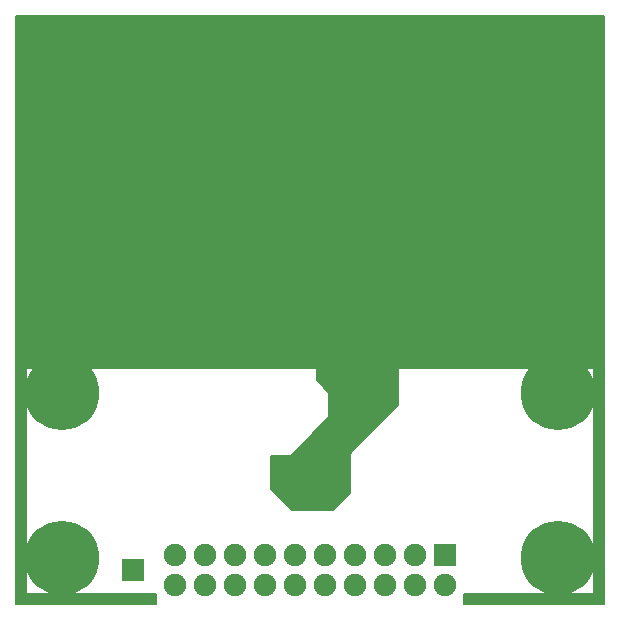
<source format=gbs>
G04 #@! TF.GenerationSoftware,KiCad,Pcbnew,no-vcs-found-e79f978~58~ubuntu14.04.1*
G04 #@! TF.CreationDate,2017-05-18T21:28:03+01:00*
G04 #@! TF.ProjectId,bikedar,62696B656461722E6B696361645F7063,rev?*
G04 #@! TF.FileFunction,Soldermask,Bot*
G04 #@! TF.FilePolarity,Negative*
%FSLAX46Y46*%
G04 Gerber Fmt 4.6, Leading zero omitted, Abs format (unit mm)*
G04 Created by KiCad (PCBNEW no-vcs-found-e79f978~58~ubuntu14.04.1) date Thu May 18 21:28:03 2017*
%MOMM*%
%LPD*%
G01*
G04 APERTURE LIST*
%ADD10C,0.100000*%
%ADD11C,0.600000*%
%ADD12C,6.300000*%
%ADD13R,1.900000X1.900000*%
%ADD14C,1.900000*%
%ADD15C,0.150000*%
G04 APERTURE END LIST*
D10*
D11*
X97800000Y-83800000D03*
X94200000Y-83800000D03*
X97800000Y-80200000D03*
X94200000Y-80200000D03*
X93500000Y-82000000D03*
X96000000Y-84500000D03*
X98500000Y-82000000D03*
X96000000Y-79500000D03*
D12*
X96000000Y-82000000D03*
X54000000Y-82000000D03*
D11*
X54000000Y-79500000D03*
X56500000Y-82000000D03*
X54000000Y-84500000D03*
X51500000Y-82000000D03*
X52200000Y-80200000D03*
X55800000Y-80200000D03*
X52200000Y-83800000D03*
X55800000Y-83800000D03*
D13*
X60000000Y-97000000D03*
D11*
X97800000Y-97800000D03*
X94200000Y-97800000D03*
X97800000Y-94200000D03*
X94200000Y-94200000D03*
X93500000Y-96000000D03*
X96000000Y-98500000D03*
X98500000Y-96000000D03*
X96000000Y-93500000D03*
D12*
X96000000Y-96000000D03*
X54000000Y-96000000D03*
D11*
X54000000Y-93500000D03*
X56500000Y-96000000D03*
X54000000Y-98500000D03*
X51500000Y-96000000D03*
X52200000Y-94200000D03*
X55800000Y-94200000D03*
X52200000Y-97800000D03*
X55800000Y-97800000D03*
D13*
X86430000Y-95730000D03*
D14*
X86430000Y-98270000D03*
X83890000Y-95730000D03*
X83890000Y-98270000D03*
X81350000Y-95730000D03*
X81350000Y-98270000D03*
X78810000Y-95730000D03*
X78810000Y-98270000D03*
X76270000Y-95730000D03*
X76270000Y-98270000D03*
X73730000Y-95730000D03*
X73730000Y-98270000D03*
X71190000Y-95730000D03*
X71190000Y-98270000D03*
X68650000Y-95730000D03*
X68650000Y-98270000D03*
X66110000Y-95730000D03*
X66110000Y-98270000D03*
X63570000Y-95730000D03*
X63570000Y-98270000D03*
D15*
G36*
X82425000Y-83068934D02*
X78446967Y-87046967D01*
X78430709Y-87071299D01*
X78425000Y-87100000D01*
X78425000Y-90468934D01*
X76968934Y-91925000D01*
X73431066Y-91925000D01*
X71675000Y-90168934D01*
X71675000Y-87375000D01*
X73300000Y-87375000D01*
X73328701Y-87369291D01*
X73353033Y-87353033D01*
X76553033Y-84153033D01*
X76569291Y-84128701D01*
X76575000Y-84100000D01*
X76575000Y-82000000D01*
X76569291Y-81971299D01*
X76553033Y-81946967D01*
X75575000Y-80968934D01*
X75575000Y-79575000D01*
X82425000Y-79575000D01*
X82425000Y-83068934D01*
X82425000Y-83068934D01*
G37*
X82425000Y-83068934D02*
X78446967Y-87046967D01*
X78430709Y-87071299D01*
X78425000Y-87100000D01*
X78425000Y-90468934D01*
X76968934Y-91925000D01*
X73431066Y-91925000D01*
X71675000Y-90168934D01*
X71675000Y-87375000D01*
X73300000Y-87375000D01*
X73328701Y-87369291D01*
X73353033Y-87353033D01*
X76553033Y-84153033D01*
X76569291Y-84128701D01*
X76575000Y-84100000D01*
X76575000Y-82000000D01*
X76569291Y-81971299D01*
X76553033Y-81946967D01*
X75575000Y-80968934D01*
X75575000Y-79575000D01*
X82425000Y-79575000D01*
X82425000Y-83068934D01*
G36*
X99925000Y-99925000D02*
X88075000Y-99925000D01*
X88075000Y-99075000D01*
X99000000Y-99075000D01*
X99028701Y-99069291D01*
X99053033Y-99053033D01*
X99069291Y-99028701D01*
X99075000Y-99000000D01*
X99075000Y-80000000D01*
X99069291Y-79971299D01*
X99053033Y-79946967D01*
X99028701Y-79930709D01*
X99000000Y-79925000D01*
X51000000Y-79925000D01*
X50971299Y-79930709D01*
X50946967Y-79946967D01*
X50930709Y-79971299D01*
X50925000Y-80000000D01*
X50925000Y-99000000D01*
X50930709Y-99028701D01*
X50946967Y-99053033D01*
X50971299Y-99069291D01*
X51000000Y-99075000D01*
X61925000Y-99075000D01*
X61925000Y-99925000D01*
X50075000Y-99925000D01*
X50075000Y-50075000D01*
X99925000Y-50075000D01*
X99925000Y-99925000D01*
X99925000Y-99925000D01*
G37*
X99925000Y-99925000D02*
X88075000Y-99925000D01*
X88075000Y-99075000D01*
X99000000Y-99075000D01*
X99028701Y-99069291D01*
X99053033Y-99053033D01*
X99069291Y-99028701D01*
X99075000Y-99000000D01*
X99075000Y-80000000D01*
X99069291Y-79971299D01*
X99053033Y-79946967D01*
X99028701Y-79930709D01*
X99000000Y-79925000D01*
X51000000Y-79925000D01*
X50971299Y-79930709D01*
X50946967Y-79946967D01*
X50930709Y-79971299D01*
X50925000Y-80000000D01*
X50925000Y-99000000D01*
X50930709Y-99028701D01*
X50946967Y-99053033D01*
X50971299Y-99069291D01*
X51000000Y-99075000D01*
X61925000Y-99075000D01*
X61925000Y-99925000D01*
X50075000Y-99925000D01*
X50075000Y-50075000D01*
X99925000Y-50075000D01*
X99925000Y-99925000D01*
M02*

</source>
